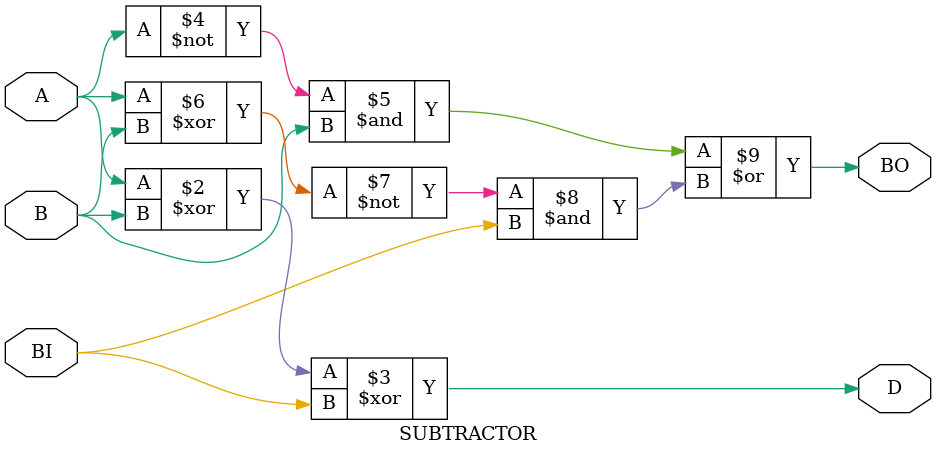
<source format=v>

module SUBTRACTOR (A,B,BI,D,BO);
    // Inputs
    input wire A, B, BI;

    // Outputs
    output reg D, BO;

    // Module definition
    always @(A,B,BI) begin
        D = A ^ B ^ BI;
        BO = (~A & B) | (~(A ^ B) & BI);
    end

endmodule
</source>
